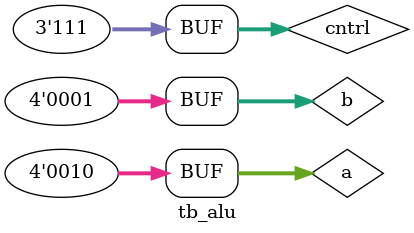
<source format=v>
module alu(a,b,cntrl,out);
	input [3:0] a,b;
	input [2:0] cntrl;
	output reg [3:0] out;
	always@(cntrl)
	begin
		case(cntrl)
			3'b000: out<=a+b;
			3'b001: out<=a-b;
			3'b010: out<=a^b;
			3'b011: out<=a|b;
			3'b100: out<=a&b;
			3'b101: out<=~(a|b);
			3'b110: out<=~(a&b);
			3'b111: out<=~(a^b);
		endcase
	end
endmodule
module tb_alu;
	reg [3:0] a,b;
	reg [2:0] cntrl;
	wire [3:0] out;
	alu a1(a,b,cntrl,out);
	initial
	begin
		a=4'b0010;b=4'b0001;cntrl=3'b000;
		$monitor("a=%b, b=%b, cntrl=%b, out=%b",a,b,cntrl,out);
		#5 cntrl=3'b001;
		#5 cntrl=3'b010;
		#5 cntrl=3'b011;
		#5 cntrl=3'b100;
		#5 cntrl=3'b101;
		#5 cntrl=3'b110;
		#5 cntrl=3'b111;
	end
endmodule
</source>
